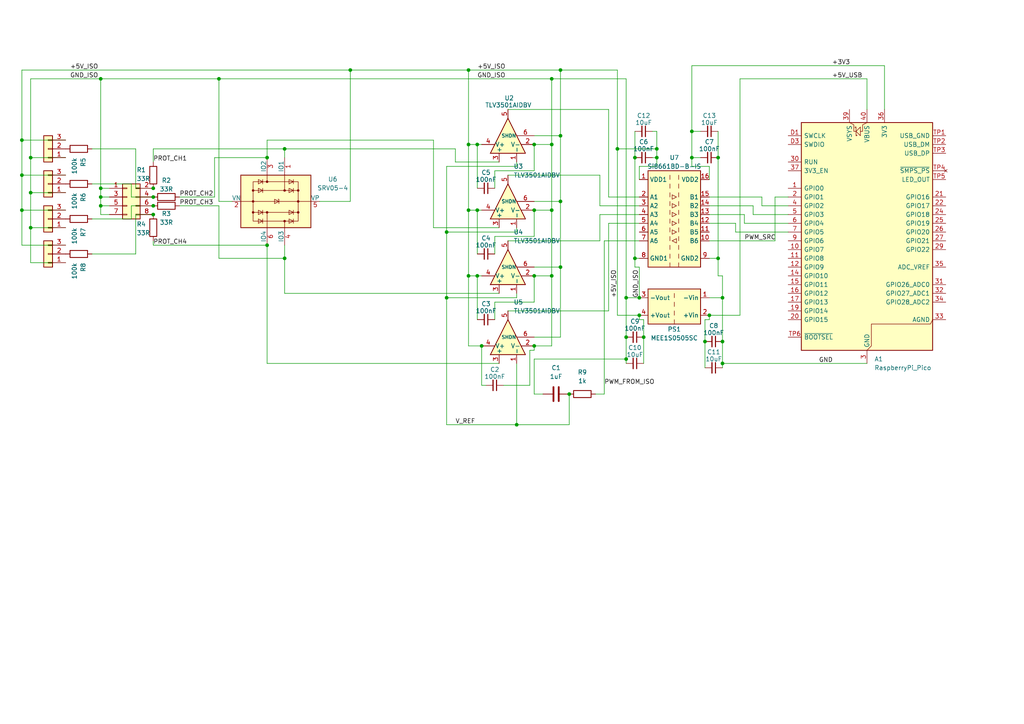
<source format=kicad_sch>
(kicad_sch (version 20250114) (generator "eeschema") (generator_version "9.0")
  (paper "A4")
  (lib_symbols
    (symbol "Comparator:TLV3501AIDBV" (pin_names (offset 0.127))
      (property "Reference" "U" (at 3.81 -5.08 0))
      (property "Value" "TLV3501AIDBV" (at 3.81 -7.62 0))
      (symbol "TLV3501AIDBV_1_1"
        (polyline (pts (xy -5.08 5.08) (xy 5.08 0) (xy -5.08 -5.08) (xy -5.08 5.08)) (stroke (width 0.254)) (fill (type background)))
        (pin input line (at -7.62 2.54 0) (length 2.54) (name "+") (number "3"))
        (pin input line (at -7.62 -2.54 0) (length 2.54) (name "-") (number "1"))
        (pin power_in line (at -2.54 7.62 270) (length 3.81) (name "V+") (number "4"))
        (pin power_in line (at -2.54 -7.62 90) (length 3.81) (name "V-") (number "2"))
        (pin input line (at 0 -7.62 90) (length 5.08) (name "SHDN") (number "6"))
        (pin output line (at 7.62 0 180) (length 2.54) (name "~") (number "5"))
      )
    )
    (symbol "Connector_Generic:Conn_01x03" (pin_names (offset 1.016) (hide yes))
      (property "Reference" "J" (at 0 5.08 0))
      (property "Value" "Conn_01x03" (at 0 -5.08 0))
      (symbol "Conn_01x03_1_1"
        (rectangle (start -1.27 3.81) (end 1.27 -3.81) (stroke (width 0.254)) (fill (type background)))
        (rectangle (start -1.27 2.667) (end 0 2.413) (stroke (width 0.1524)))
        (rectangle (start -1.27 0.127) (end 0 -0.127) (stroke (width 0.1524)))
        (rectangle (start -1.27 -2.413) (end 0 -2.667) (stroke (width 0.1524)))
        (pin passive line (at -5.08 2.54 0) (length 3.81) (name "Pin_1") (number "1"))
        (pin passive line (at -5.08 0 0) (length 3.81) (name "Pin_2") (number "2"))
        (pin passive line (at -5.08 -2.54 0) (length 3.81) (name "Pin_3") (number "3"))
      )
    )
    (symbol "Connector_Generic:Conn_02x04_Odd_Even" (pin_names (offset 1.016) (hide yes))
      (property "Reference" "J" (at 1.27 5.08 0))
      (property "Value" "Conn_02x04_Odd_Even" (at 1.27 -7.62 0))
      (symbol "Conn_02x04_Odd_Even_1_1"
        (rectangle (start -1.27 3.81) (end 3.81 -6.35) (stroke (width 0.254)) (fill (type background)))
        (rectangle (start -1.27 2.667) (end 0 2.413) (stroke (width 0.1524)))
        (rectangle (start -1.27 0.127) (end 0 -0.127) (stroke (width 0.1524)))
        (rectangle (start -1.27 -2.413) (end 0 -2.667) (stroke (width 0.1524)))
        (rectangle (start -1.27 -4.953) (end 0 -5.207) (stroke (width 0.1524)))
        (rectangle (start 3.81 2.667) (end 2.54 2.413) (stroke (width 0.1524)))
        (rectangle (start 3.81 0.127) (end 2.54 -0.127) (stroke (width 0.1524)))
        (rectangle (start 3.81 -2.413) (end 2.54 -2.667) (stroke (width 0.1524)))
        (rectangle (start 3.81 -4.953) (end 2.54 -5.207) (stroke (width 0.1524)))
        (pin passive line (at -5.08 2.54 0) (length 3.81) (name "Pin_1") (number "1"))
        (pin passive line (at -5.08 0 0) (length 3.81) (name "Pin_3") (number "3"))
        (pin passive line (at -5.08 -2.54 0) (length 3.81) (name "Pin_5") (number "5"))
        (pin passive line (at -5.08 -5.08 0) (length 3.81) (name "Pin_7") (number "7"))
        (pin passive line (at 7.62 2.54 180) (length 3.81) (name "Pin_2") (number "2"))
        (pin passive line (at 7.62 0 180) (length 3.81) (name "Pin_4") (number "4"))
        (pin passive line (at 7.62 -2.54 180) (length 3.81) (name "Pin_6") (number "6"))
        (pin passive line (at 7.62 -5.08 180) (length 3.81) (name "Pin_8") (number "8"))
      )
    )
    (symbol "Converter_DCDC:MEE1S0505SC"
      (property "Reference" "PS" (at -7.62 6.35 0))
      (property "Value" "MEE1S0505SC" (at 1.27 6.35 0))
      (symbol "MEE1S0505SC_0_0"
        (pin power_in line (at -10.16 2.54 0) (length 2.54) (name "+Vin") (number "2"))
        (pin power_in line (at -10.16 -2.54 0) (length 2.54) (name "-Vin") (number "1"))
        (pin power_out line (at 10.16 2.54 180) (length 2.54) (name "+Vout") (number "4"))
        (pin power_out line (at 10.16 -2.54 180) (length 2.54) (name "-Vout") (number "3"))
      )
      (symbol "MEE1S0505SC_0_1"
        (rectangle (start -7.62 5.08) (end 7.62 -5.08) (stroke (width 0.254)) (fill (type background)))
        (polyline (pts (xy 0 5.08) (xy 0 3.81)))
        (polyline (pts (xy 0 2.54) (xy 0 1.27)))
        (polyline (pts (xy 0 0) (xy 0 -1.27)))
        (polyline (pts (xy 0 -2.54) (xy 0 -3.81)))
      )
    )
    (symbol "Device:C" (pin_numbers (hide yes)) (pin_names (offset 0.254))
      (property "Reference" "C" (at 0.635 2.54 0))
      (property "Value" "C" (at 0.635 -2.54 0))
      (symbol "C_0_1"
        (polyline (pts (xy -2.032 0.762) (xy 2.032 0.762)) (stroke (width 0.508)))
        (polyline (pts (xy -2.032 -0.762) (xy 2.032 -0.762)) (stroke (width 0.508)))
      )
      (symbol "C_1_1"
        (pin passive line (at 0 3.81 270) (length 2.794) (name "~") (number "1"))
        (pin passive line (at 0 -3.81 90) (length 2.794) (name "~") (number "2"))
      )
    )
    (symbol "Device:C_Small" (pin_numbers (hide yes)) (pin_names (offset 0.254) (hide yes))
      (property "Reference" "C" (at 0.254 1.778 0))
      (property "Value" "C_Small" (at 0.254 -2.032 0))
      (symbol "C_Small_0_1"
        (polyline (pts (xy -1.524 0.508) (xy 1.524 0.508)) (stroke (width 0.3048)))
        (polyline (pts (xy -1.524 -0.508) (xy 1.524 -0.508)) (stroke (width 0.3302)))
      )
      (symbol "C_Small_1_1"
        (pin passive line (at 0 2.54 270) (length 2.032) (name "~") (number "1"))
        (pin passive line (at 0 -2.54 90) (length 2.032) (name "~") (number "2"))
      )
    )
    (symbol "Device:R" (pin_numbers (hide yes)) (pin_names (offset 0))
      (property "Reference" "R" (at 2.032 0 90))
      (property "Value" "R" (at 0 0 90))
      (symbol "R_0_1"
        (rectangle (start -1.016 -2.54) (end 1.016 2.54) (stroke (width 0.254)))
      )
      (symbol "R_1_1"
        (pin passive line (at 0 3.81 270) (length 1.27) (name "~") (number "1"))
        (pin passive line (at 0 -3.81 90) (length 1.27) (name "~") (number "2"))
      )
    )
    (symbol "Isolator:Si8661BD-B-IS"
      (property "Reference" "U" (at 0 16.51 0))
      (property "Value" "Si8661BD-B-IS" (at 0 13.97 0))
      (symbol "Si8661BD-B-IS_0_1"
        (rectangle (start -7.62 12.7) (end 7.62 -15.24) (stroke (width 0.254)) (fill (type background)))
        (polyline (pts (xy -1.27 11.43) (xy -1.27 10.16)))
        (polyline (pts (xy -1.27 8.89) (xy -1.27 7.62)))
        (polyline (pts (xy -1.27 6.35) (xy -1.27 5.08)))
        (polyline (pts (xy -1.27 3.81) (xy -1.27 2.54)))
        (polyline (pts (xy -1.27 1.27) (xy -1.27 0)))
        (polyline (pts (xy -1.27 -1.27) (xy -1.27 -2.54)))
        (polyline (pts (xy -1.27 -3.81) (xy -1.27 -5.08)))
        (polyline (pts (xy -1.27 -6.35) (xy -1.27 -7.62)))
        (polyline (pts (xy -1.27 -8.89) (xy -1.27 -10.16)))
        (polyline (pts (xy -1.27 -11.43) (xy -1.27 -12.7)))
        (polyline (pts (xy -0.635 3.175) (xy -0.635 1.905) (xy 0.635 2.54) (xy -0.635 3.175)))
        (polyline (pts (xy -0.635 0.635) (xy -0.635 -0.635) (xy 0.635 0) (xy -0.635 0.635)))
        (polyline (pts (xy 0.635 -2.54) (xy -0.635 -1.905) (xy -0.635 -3.175) (xy 0.635 -2.54)))
        (polyline (pts (xy 0.635 -5.08) (xy -0.635 -4.445) (xy -0.635 -5.715) (xy 0.635 -5.08)))
        (polyline (pts (xy 1.27 11.43) (xy 1.27 10.16)))
        (polyline (pts (xy 1.27 8.89) (xy 1.27 7.62)))
        (polyline (pts (xy 1.27 6.35) (xy 1.27 5.08)))
        (polyline (pts (xy 1.27 3.81) (xy 1.27 2.54)))
        (polyline (pts (xy 1.27 1.27) (xy 1.27 0)))
        (polyline (pts (xy 1.27 -1.27) (xy 1.27 -2.54)))
        (polyline (pts (xy 1.27 -3.81) (xy 1.27 -5.08)))
        (polyline (pts (xy 1.27 -6.35) (xy 1.27 -7.62)))
        (polyline (pts (xy 1.27 -8.89) (xy 1.27 -10.16)))
        (polyline (pts (xy 1.27 -11.43) (xy 1.27 -12.7)))
      )
      (symbol "Si8661BD-B-IS_1_1"
        (polyline (pts (xy -1.27 -13.97) (xy -1.27 -15.24)))
        (polyline (pts (xy -0.635 5.715) (xy -0.635 4.445) (xy 0.635 5.08) (xy -0.635 5.715)))
        (polyline (pts (xy -0.635 -7.62) (xy 0.635 -6.985) (xy 0.635 -8.255) (xy -0.635 -7.62)))
        (polyline (pts (xy 1.27 -13.97) (xy 1.27 -15.24)))
        (pin power_in line (at -10.16 10.16 0) (length 2.54) (name "VDD1") (number "1"))
        (pin input line (at -10.16 5.08 0) (length 2.54) (name "A1") (number "2"))
        (pin input line (at -10.16 2.54 0) (length 2.54) (name "A2") (number "3"))
        (pin input line (at -10.16 0 0) (length 2.54) (name "A3") (number "4"))
        (pin input line (at -10.16 -2.54 0) (length 2.54) (name "A4") (number "5"))
        (pin input line (at -10.16 -5.08 0) (length 2.54) (name "A5") (number "6"))
        (pin output line (at -10.16 -7.62 0) (length 2.54) (name "A6") (number "7"))
        (pin power_in line (at -10.16 -12.7 0) (length 2.54) (name "GND1") (number "8"))
        (pin power_in line (at 10.16 10.16 180) (length 2.54) (name "VDD2") (number "16"))
        (pin output line (at 10.16 5.08 180) (length 2.54) (name "B1") (number "15"))
        (pin output line (at 10.16 2.54 180) (length 2.54) (name "B2") (number "14"))
        (pin output line (at 10.16 0 180) (length 2.54) (name "B3") (number "13"))
        (pin output line (at 10.16 -2.54 180) (length 2.54) (name "B4") (number "12"))
        (pin output line (at 10.16 -5.08 180) (length 2.54) (name "B5") (number "11"))
        (pin input line (at 10.16 -7.62 180) (length 2.54) (name "B6") (number "10"))
        (pin power_in line (at 10.16 -12.7 180) (length 2.54) (name "GND2") (number "9"))
      )
    )
    (symbol "MCU_Module:RaspberryPi_Pico_Extensive" (pin_names (offset 0.762))
      (property "Reference" "A" (at -19.05 35.56 0))
      (property "Value" "RaspberryPi_Pico" (at 7.62 35.56 0))
      (symbol "RaspberryPi_Pico_Extensive_0_1"
        (rectangle (start -19.05 34.29) (end 19.05 -31.75) (stroke (width 0.254)) (fill (type background)))
        (polyline (pts (xy -5.08 34.29) (xy -3.81 33.655) (xy -3.81 31.75) (xy -3.175 31.75)))
        (polyline (pts (xy -3.429 32.766) (xy -3.429 33.02) (xy -3.175 33.02) (xy -3.175 30.48) (xy -2.921 30.48) (xy -2.921 30.734)))
        (polyline (pts (xy -3.175 31.75) (xy -1.905 33.02) (xy -1.905 30.48) (xy -3.175 31.75)))
        (polyline (pts (xy 0 34.29) (xy -1.27 33.655) (xy -1.27 31.75) (xy -1.905 31.75)))
        (polyline (pts (xy 0 -31.75) (xy 1.27 -30.48) (xy 1.27 -24.13) (xy 18.415 -24.13) (xy 19.05 -22.86)))
      )
      (symbol "RaspberryPi_Pico_Extensive_1_1"
        (pin input line (at -22.86 30.48 0) (length 3.81) (name "SWCLK") (number "D1"))
        (pin bidirectional line (at -22.86 27.94 0) (length 3.81) (name "SWDIO") (number "D3"))
        (pin passive line (at -22.86 22.86 0) (length 3.81) (name "RUN") (number "30"))
        (pin passive line (at -22.86 20.32 0) (length 3.81) (name "3V3_EN") (number "37"))
        (pin bidirectional line (at -22.86 15.24 0) (length 3.81) (name "GPIO0") (number "1"))
        (pin bidirectional line (at -22.86 12.7 0) (length 3.81) (name "GPIO1") (number "2"))
        (pin bidirectional line (at -22.86 10.16 0) (length 3.81) (name "GPIO2") (number "4"))
        (pin bidirectional line (at -22.86 7.62 0) (length 3.81) (name "GPIO3") (number "5"))
        (pin bidirectional line (at -22.86 5.08 0) (length 3.81) (name "GPIO4") (number "6"))
        (pin bidirectional line (at -22.86 2.54 0) (length 3.81) (name "GPIO5") (number "7"))
        (pin bidirectional line (at -22.86 0 0) (length 3.81) (name "GPIO6") (number "9"))
        (pin bidirectional line (at -22.86 -2.54 0) (length 3.81) (name "GPIO7") (number "10"))
        (pin bidirectional line (at -22.86 -5.08 0) (length 3.81) (name "GPIO8") (number "11"))
        (pin bidirectional line (at -22.86 -7.62 0) (length 3.81) (name "GPIO9") (number "12"))
        (pin bidirectional line (at -22.86 -10.16 0) (length 3.81) (name "GPIO10") (number "14"))
        (pin bidirectional line (at -22.86 -12.7 0) (length 3.81) (name "GPIO11") (number "15"))
        (pin bidirectional line (at -22.86 -15.24 0) (length 3.81) (name "GPIO12") (number "16"))
        (pin bidirectional line (at -22.86 -17.78 0) (length 3.81) (name "GPIO13") (number "17"))
        (pin bidirectional line (at -22.86 -20.32 0) (length 3.81) (name "GPIO14") (number "19"))
        (pin bidirectional line (at -22.86 -22.86 0) (length 3.81) (name "GPIO15") (number "20"))
        (pin input line (at -22.86 -27.94 0) (length 3.81) (name "~{BOOTSEL}") (number "TP6"))
        (pin power_in line (at -5.08 38.1 270) (length 3.81) (name "VSYS") (number "39"))
        (pin power_out line (at 0 38.1 270) (length 3.81) (name "VBUS") (number "40"))
        (pin passive line (at 0 -35.56 90) (length 3.81) (hide yes) (name "GND") (number "13"))
        (pin passive line (at 0 -35.56 90) (length 3.81) (hide yes) (name "GND") (number "18"))
        (pin passive line (at 0 -35.56 90) (length 3.81) (hide yes) (name "GND") (number "23"))
        (pin passive line (at 0 -35.56 90) (length 3.81) (hide yes) (name "GND") (number "28"))
        (pin power_out line (at 0 -35.56 90) (length 3.81) (name "GND") (number "3"))
        (pin passive line (at 0 -35.56 90) (length 3.81) (hide yes) (name "GND") (number "38"))
        (pin passive line (at 0 -35.56 90) (length 3.81) (hide yes) (name "GND") (number "8"))
        (pin passive line (at 0 -35.56 90) (length 3.81) (hide yes) (name "GND") (number "D2"))
        (pin power_out line (at 5.08 38.1 270) (length 3.81) (name "3V3") (number "36"))
        (pin power_out line (at 22.86 30.48 180) (length 3.81) (name "USB_GND") (number "TP1"))
        (pin bidirectional line (at 22.86 27.94 180) (length 3.81) (name "USB_DM") (number "TP2"))
        (pin bidirectional line (at 22.86 25.4 180) (length 3.81) (name "USB_DP") (number "TP3"))
        (pin no_connect line (at 22.86 20.32 180) (length 3.81) (name "~{SMPS_PS}") (number "TP4"))
        (pin output line (at 22.86 17.78 180) (length 3.81) (name "LED_OUT") (number "TP5"))
        (pin bidirectional line (at 22.86 12.7 180) (length 3.81) (name "GPIO16") (number "21"))
        (pin bidirectional line (at 22.86 10.16 180) (length 3.81) (name "GPIO17") (number "22"))
        (pin bidirectional line (at 22.86 7.62 180) (length 3.81) (name "GPIO18") (number "24"))
        (pin bidirectional line (at 22.86 5.08 180) (length 3.81) (name "GPIO19") (number "25"))
        (pin bidirectional line (at 22.86 2.54 180) (length 3.81) (name "GPIO20") (number "26"))
        (pin bidirectional line (at 22.86 0 180) (length 3.81) (name "GPIO21") (number "27"))
        (pin bidirectional line (at 22.86 -2.54 180) (length 3.81) (name "GPIO22") (number "29"))
        (pin power_in line (at 22.86 -7.62 180) (length 3.81) (name "ADC_VREF") (number "35"))
        (pin bidirectional line (at 22.86 -12.7 180) (length 3.81) (name "GPIO26_ADC0") (number "31"))
        (pin bidirectional line (at 22.86 -15.24 180) (length 3.81) (name "GPIO27_ADC1") (number "32"))
        (pin bidirectional line (at 22.86 -17.78 180) (length 3.81) (name "GPIO28_ADC2") (number "34"))
        (pin power_out line (at 22.86 -22.86 180) (length 3.81) (name "AGND") (number "33"))
      )
    )
    (symbol "Power_Protection:SRV05-4" (pin_names (offset 0))
      (property "Reference" "U" (at -5.08 11.43 0))
      (property "Value" "SRV05-4" (at 2.54 11.43 0))
      (symbol "SRV05-4_0_0"
        (rectangle (start -5.715 6.477) (end 5.715 -6.604))
        (polyline (pts (xy -3.175 -6.604) (xy -3.175 6.477)))
        (polyline (pts (xy 3.175 6.477) (xy 3.175 -6.604)))
      )
      (symbol "SRV05-4_0_1"
        (polyline (pts (xy -7.747 2.54) (xy -3.175 2.54)))
        (rectangle (start -7.62 10.16) (end 7.62 -10.16) (stroke (width 0.254)) (fill (type background)))
        (polyline (pts (xy -7.62 -2.54) (xy -5.715 -2.54)))
        (circle (center -5.715 -2.54) (radius 0.2794) (fill (type outline)))
        (polyline (pts (xy -5.08 5.08) (xy -6.35 5.08)))
        (polyline (pts (xy -5.08 3.81) (xy -6.35 3.81) (xy -5.715 5.08) (xy -5.08 3.81)))
        (polyline (pts (xy -5.08 -3.81) (xy -6.35 -3.81)))
        (polyline (pts (xy -5.08 -5.08) (xy -6.35 -5.08) (xy -5.715 -3.81) (xy -5.08 -5.08)))
        (circle (center -3.175 6.477) (radius 0.2794) (fill (type outline)))
        (circle (center -3.175 2.54) (radius 0.2794) (fill (type outline)))
        (circle (center -3.175 -6.604) (radius 0.2794) (fill (type outline)))
        (polyline (pts (xy -2.54 5.08) (xy -3.81 5.08)))
        (polyline (pts (xy -2.54 3.81) (xy -3.81 3.81) (xy -3.175 5.08) (xy -2.54 3.81)))
        (polyline (pts (xy -2.54 -3.81) (xy -3.81 -3.81)))
        (polyline (pts (xy -2.54 -5.08) (xy -3.81 -5.08) (xy -3.175 -3.81) (xy -2.54 -5.08)))
        (polyline (pts (xy 0 10.16) (xy 0 -10.16)))
        (circle (center 0 6.477) (radius 0.2794) (fill (type outline)))
        (circle (center 0 -6.604) (radius 0.2794) (fill (type outline)))
        (polyline (pts (xy 0.635 0.889) (xy -0.635 0.889) (xy -0.635 0.635)))
        (polyline (pts (xy 0.635 -0.381) (xy -0.635 -0.381) (xy 0 0.889) (xy 0.635 -0.381)))
        (circle (center 3.175 6.477) (radius 0.2794) (fill (type outline)))
        (circle (center 3.175 -2.54) (radius 0.2794) (fill (type outline)))
        (circle (center 3.175 -6.604) (radius 0.2794) (fill (type outline)))
        (polyline (pts (xy 3.81 5.08) (xy 2.54 5.08)))
        (polyline (pts (xy 3.81 3.81) (xy 2.54 3.81) (xy 3.175 5.08) (xy 3.81 3.81)))
        (polyline (pts (xy 3.81 -3.81) (xy 2.54 -3.81)))
        (polyline (pts (xy 3.81 -5.08) (xy 2.54 -5.08) (xy 3.175 -3.81) (xy 3.81 -5.08)))
        (circle (center 5.715 2.54) (radius 0.2794) (fill (type outline)))
        (polyline (pts (xy 6.35 5.08) (xy 5.08 5.08)))
        (polyline (pts (xy 6.35 3.81) (xy 5.08 3.81) (xy 5.715 5.08) (xy 6.35 3.81)))
        (polyline (pts (xy 6.35 -3.81) (xy 5.08 -3.81)))
        (polyline (pts (xy 6.35 -5.08) (xy 5.08 -5.08) (xy 5.715 -3.81) (xy 6.35 -5.08)))
        (polyline (pts (xy 7.62 2.54) (xy 5.715 2.54)))
        (polyline (pts (xy 7.62 -2.54) (xy 3.175 -2.54)))
      )
      (symbol "SRV05-4_1_1"
        (pin passive line (at -12.7 2.54 0) (length 5.08) (name "IO1") (number "1"))
        (pin passive line (at -12.7 -2.54 0) (length 5.08) (name "IO2") (number "3"))
        (pin passive line (at 0 12.7 270) (length 2.54) (name "VP") (number "5"))
        (pin passive line (at 0 -12.7 90) (length 2.54) (name "VN") (number "2"))
        (pin passive line (at 12.7 2.54 180) (length 5.08) (name "IO3") (number "4"))
        (pin passive line (at 12.7 -2.54 180) (length 5.08) (name "IO4") (number "6"))
      )
    )
  )
  (junction (at 8.89 55.88))
  (junction (at 162.56 20.32))
  (junction (at 185.42 91.44))
  (junction (at 29.21 22.86))
  (junction (at 208.28 74.93))
  (junction (at 160.02 60.96))
  (junction (at 44.45 57.15))
  (junction (at 165.1 114.3))
  (junction (at 135.89 20.32))
  (junction (at 6.35 40.64))
  (junction (at 63.5 22.86))
  (junction (at 44.45 62.23))
  (junction (at 179.07 43.18))
  (junction (at 8.89 45.72))
  (junction (at 154.94 100.33))
  (junction (at 200.66 38.1))
  (junction (at 29.21 59.69))
  (junction (at 138.43 80.01))
  (junction (at 209.55 105.41))
  (junction (at 77.47 71.12))
  (junction (at 129.54 67.31))
  (junction (at 8.89 66.04))
  (junction (at 135.89 41.91))
  (junction (at 186.69 97.79))
  (junction (at 181.61 86.36))
  (junction (at 209.55 86.36))
  (junction (at 160.02 22.86))
  (junction (at 44.45 54.61))
  (junction (at 6.35 60.96))
  (junction (at 154.94 80.01))
  (junction (at 205.74 91.44))
  (junction (at 138.43 60.96))
  (junction (at 44.45 59.69))
  (junction (at 82.55 74.93))
  (junction (at 162.56 39.37))
  (junction (at 181.61 104.14))
  (junction (at 190.5 45.72))
  (junction (at 181.61 97.79))
  (junction (at 6.35 50.8))
  (junction (at 135.89 60.96))
  (junction (at 29.21 54.61))
  (junction (at 77.47 45.72))
  (junction (at 209.55 99.06))
  (junction (at 184.15 45.72))
  (junction (at 149.86 123.19))
  (junction (at 29.21 57.15))
  (junction (at 200.66 45.72))
  (junction (at 154.94 60.96))
  (junction (at 160.02 41.91))
  (junction (at 190.5 43.18))
  (junction (at 162.56 58.42))
  (junction (at 138.43 41.91))
  (junction (at 82.55 43.18))
  (junction (at 204.47 99.06))
  (junction (at 135.89 80.01))
  (junction (at 185.42 86.36))
  (junction (at 208.28 45.72))
  (junction (at 154.94 41.91))
  (junction (at 139.7 100.33))
  (junction (at 101.6 20.32))
  (junction (at 160.02 80.01))
  (junction (at 162.56 77.47))
  (junction (at 129.54 86.36))
  (junction (at 184.15 74.93))
  (wire (pts (xy 77.47 105.41) (xy 77.47 71.12)))
  (wire (pts (xy 138.43 73.66) (xy 138.43 60.96)))
  (wire (pts (xy 31.75 59.69) (xy 29.21 59.69)))
  (wire (pts (xy 19.05 71.12) (xy 6.35 71.12)))
  (wire (pts (xy 39.37 62.23) (xy 39.37 73.66)))
  (wire (pts (xy 186.69 92.71) (xy 185.42 92.71)))
  (wire (pts (xy 154.94 60.96) (xy 160.02 60.96)))
  (wire (pts (xy 149.86 105.41) (xy 149.86 123.19)))
  (wire (pts (xy 8.89 66.04) (xy 19.05 66.04)))
  (wire (pts (xy 190.5 38.1) (xy 190.5 43.18)))
  (wire (pts (xy 220.98 57.15) (xy 220.98 59.69)))
  (wire (pts (xy 184.15 38.1) (xy 184.15 45.72)))
  (wire (pts (xy 181.61 97.79) (xy 181.61 86.36)))
  (wire (pts (xy 8.89 55.88) (xy 8.89 45.72)))
  (wire (pts (xy 39.37 43.18) (xy 26.67 43.18)))
  (wire (pts (xy 44.45 71.12) (xy 44.45 69.85)))
  (wire (pts (xy 101.6 20.32) (xy 135.89 20.32)))
  (wire (pts (xy 139.7 100.33) (xy 135.89 100.33)))
  (wire (pts (xy 135.89 60.96) (xy 138.43 60.96)))
  (wire (pts (xy 82.55 71.12) (xy 82.55 74.93)))
  (wire (pts (xy 38.1 63.5) (xy 26.67 63.5)))
  (wire (pts (xy 209.55 99.06) (xy 209.55 86.36)))
  (wire (pts (xy 29.21 59.69) (xy 29.21 57.15)))
  (wire (pts (xy 208.28 38.1) (xy 208.28 45.72)))
  (wire (pts (xy 135.89 80.01) (xy 138.43 80.01)))
  (wire (pts (xy 160.02 60.96) (xy 160.02 41.91)))
  (wire (pts (xy 200.66 19.05) (xy 200.66 38.1)))
  (wire (pts (xy 44.45 59.69) (xy 38.1 59.69)))
  (wire (pts (xy 176.53 31.75) (xy 176.53 57.15)))
  (wire (pts (xy 176.53 90.17) (xy 176.53 64.77)))
  (wire (pts (xy 154.94 49.53) (xy 154.94 41.91)))
  (wire (pts (xy 138.43 80.01) (xy 139.7 80.01)))
  (wire (pts (xy 129.54 67.31) (xy 129.54 86.36)))
  (wire (pts (xy 154.94 100.33) (xy 160.02 100.33)))
  (wire (pts (xy 129.54 48.26) (xy 129.54 67.31)))
  (wire (pts (xy 154.94 114.3) (xy 154.94 104.14)))
  (wire (pts (xy 77.47 40.64) (xy 77.47 45.72)))
  (wire (pts (xy 184.15 45.72) (xy 184.15 74.93)))
  (wire (pts (xy 181.61 104.14) (xy 181.61 105.41)))
  (wire (pts (xy 173.99 69.85) (xy 173.99 62.23)))
  (wire (pts (xy 6.35 40.64) (xy 6.35 20.32)))
  (wire (pts (xy 44.45 62.23) (xy 39.37 62.23)))
  (wire (pts (xy 125.73 40.64) (xy 77.47 40.64)))
  (wire (pts (xy 8.89 66.04) (xy 8.89 55.88)))
  (wire (pts (xy 8.89 55.88) (xy 19.05 55.88)))
  (wire (pts (xy 205.74 69.85) (xy 224.79 69.85)))
  (wire (pts (xy 179.07 91.44) (xy 185.42 91.44)))
  (wire (pts (xy 139.7 100.33) (xy 139.7 111.76)))
  (wire (pts (xy 38.1 59.69) (xy 38.1 63.5)))
  (wire (pts (xy 205.74 57.15) (xy 220.98 57.15)))
  (wire (pts (xy 135.89 41.91) (xy 135.89 20.32)))
  (wire (pts (xy 205.74 92.71) (xy 205.74 91.44)))
  (wire (pts (xy 208.28 45.72) (xy 208.28 74.93)))
  (wire (pts (xy 62.23 57.15) (xy 52.07 57.15)))
  (wire (pts (xy 179.07 43.18) (xy 190.5 43.18)))
  (wire (pts (xy 143.51 54.61) (xy 143.51 49.53)))
  (wire (pts (xy 176.53 64.77) (xy 185.42 64.77)))
  (wire (pts (xy 82.55 85.09) (xy 82.55 74.93)))
  (wire (pts (xy 147.32 31.75) (xy 176.53 31.75)))
  (wire (pts (xy 154.94 58.42) (xy 162.56 58.42)))
  (wire (pts (xy 176.53 57.15) (xy 185.42 57.15)))
  (wire (pts (xy 146.05 111.76) (xy 153.67 111.76)))
  (wire (pts (xy 39.37 73.66) (xy 26.67 73.66)))
  (wire (pts (xy 63.5 74.93) (xy 63.5 59.69)))
  (wire (pts (xy 135.89 60.96) (xy 135.89 41.91)))
  (wire (pts (xy 77.47 71.12) (xy 44.45 71.12)))
  (wire (pts (xy 92.71 58.42) (xy 101.6 58.42)))
  (wire (pts (xy 6.35 60.96) (xy 6.35 50.8)))
  (wire (pts (xy 132.08 46.99) (xy 132.08 43.18)))
  (wire (pts (xy 138.43 41.91) (xy 139.7 41.91)))
  (wire (pts (xy 8.89 22.86) (xy 29.21 22.86)))
  (wire (pts (xy 149.86 67.31) (xy 129.54 67.31)))
  (wire (pts (xy 200.66 38.1) (xy 203.2 38.1)))
  (wire (pts (xy 209.55 105.41) (xy 209.55 106.68)))
  (wire (pts (xy 29.21 62.23) (xy 29.21 59.69)))
  (wire (pts (xy 218.44 62.23) (xy 228.6 62.23)))
  (wire (pts (xy 251.46 22.86) (xy 214.63 22.86)))
  (wire (pts (xy 205.74 74.93) (xy 208.28 74.93)))
  (wire (pts (xy 77.47 45.72) (xy 62.23 45.72)))
  (wire (pts (xy 179.07 43.18) (xy 179.07 20.32)))
  (wire (pts (xy 224.79 57.15) (xy 224.79 69.85)))
  (wire (pts (xy 63.5 22.86) (xy 63.5 58.42)))
  (wire (pts (xy 143.51 68.58) (xy 154.94 68.58)))
  (wire (pts (xy 19.05 76.2) (xy 8.89 76.2)))
  (wire (pts (xy 162.56 20.32) (xy 179.07 20.32)))
  (wire (pts (xy 256.54 31.75) (xy 256.54 19.05)))
  (wire (pts (xy 143.51 73.66) (xy 143.51 68.58)))
  (wire (pts (xy 208.28 80.01) (xy 209.55 80.01)))
  (wire (pts (xy 135.89 100.33) (xy 135.89 80.01)))
  (wire (pts (xy 165.1 114.3) (xy 165.1 123.19)))
  (wire (pts (xy 228.6 57.15) (xy 224.79 57.15)))
  (wire (pts (xy 44.45 54.61) (xy 39.37 54.61)))
  (wire (pts (xy 31.75 57.15) (xy 29.21 57.15)))
  (wire (pts (xy 125.73 66.04) (xy 125.73 40.64)))
  (wire (pts (xy 135.89 41.91) (xy 138.43 41.91)))
  (wire (pts (xy 138.43 54.61) (xy 138.43 41.91)))
  (wire (pts (xy 8.89 76.2) (xy 8.89 66.04)))
  (wire (pts (xy 143.51 49.53) (xy 154.94 49.53)))
  (wire (pts (xy 39.37 54.61) (xy 39.37 43.18)))
  (wire (pts (xy 44.45 43.18) (xy 44.45 46.99)))
  (wire (pts (xy 204.47 99.06) (xy 204.47 106.68)))
  (wire (pts (xy 31.75 62.23) (xy 29.21 62.23)))
  (wire (pts (xy 132.08 43.18) (xy 82.55 43.18)))
  (wire (pts (xy 181.61 86.36) (xy 181.61 22.86)))
  (wire (pts (xy 38.1 53.34) (xy 26.67 53.34)))
  (wire (pts (xy 175.26 69.85) (xy 175.26 114.3)))
  (wire (pts (xy 6.35 20.32) (xy 101.6 20.32)))
  (wire (pts (xy 185.42 92.71) (xy 185.42 91.44)))
  (wire (pts (xy 209.55 86.36) (xy 205.74 86.36)))
  (wire (pts (xy 154.94 77.47) (xy 162.56 77.47)))
  (wire (pts (xy 31.75 54.61) (xy 29.21 54.61)))
  (wire (pts (xy 144.78 66.04) (xy 125.73 66.04)))
  (wire (pts (xy 143.51 87.63) (xy 154.94 87.63)))
  (wire (pts (xy 144.78 46.99) (xy 132.08 46.99)))
  (wire (pts (xy 154.94 104.14) (xy 181.61 104.14)))
  (wire (pts (xy 149.86 86.36) (xy 129.54 86.36)))
  (wire (pts (xy 213.36 67.31) (xy 228.6 67.31)))
  (wire (pts (xy 147.32 69.85) (xy 173.99 69.85)))
  (wire (pts (xy 147.32 50.8) (xy 173.99 50.8)))
  (wire (pts (xy 67.31 58.42) (xy 63.5 58.42)))
  (wire (pts (xy 215.9 62.23) (xy 215.9 64.77)))
  (wire (pts (xy 205.74 64.77) (xy 213.36 64.77)))
  (wire (pts (xy 153.67 111.76) (xy 153.67 101.6)))
  (wire (pts (xy 160.02 22.86) (xy 181.61 22.86)))
  (wire (pts (xy 154.94 97.79) (xy 162.56 97.79)))
  (wire (pts (xy 209.55 105.41) (xy 209.55 99.06)))
  (wire (pts (xy 205.74 59.69) (xy 218.44 59.69)))
  (wire (pts (xy 200.66 45.72) (xy 203.2 45.72)))
  (wire (pts (xy 200.66 45.72) (xy 200.66 48.26)))
  (wire (pts (xy 140.97 111.76) (xy 139.7 111.76)))
  (wire (pts (xy 101.6 58.42) (xy 101.6 20.32)))
  (wire (pts (xy 6.35 50.8) (xy 19.05 50.8)))
  (wire (pts (xy 147.32 90.17) (xy 176.53 90.17)))
  (wire (pts (xy 204.47 92.71) (xy 205.74 92.71)))
  (wire (pts (xy 138.43 60.96) (xy 139.7 60.96)))
  (wire (pts (xy 6.35 50.8) (xy 6.35 40.64)))
  (wire (pts (xy 162.56 77.47) (xy 162.56 97.79)))
  (wire (pts (xy 143.51 92.71) (xy 143.51 87.63)))
  (wire (pts (xy 204.47 99.06) (xy 204.47 92.71)))
  (wire (pts (xy 157.48 114.3) (xy 154.94 114.3)))
  (wire (pts (xy 214.63 22.86) (xy 214.63 91.44)))
  (wire (pts (xy 173.99 59.69) (xy 185.42 59.69)))
  (wire (pts (xy 129.54 123.19) (xy 149.86 123.19)))
  (wire (pts (xy 29.21 22.86) (xy 63.5 22.86)))
  (wire (pts (xy 44.45 57.15) (xy 38.1 57.15)))
  (wire (pts (xy 179.07 43.18) (xy 179.07 91.44)))
  (wire (pts (xy 154.94 101.6) (xy 154.94 100.33)))
  (wire (pts (xy 38.1 57.15) (xy 38.1 53.34)))
  (wire (pts (xy 214.63 91.44) (xy 205.74 91.44)))
  (wire (pts (xy 160.02 41.91) (xy 160.02 22.86)))
  (wire (pts (xy 154.94 87.63) (xy 154.94 80.01)))
  (wire (pts (xy 186.69 97.79) (xy 186.69 92.71)))
  (wire (pts (xy 62.23 45.72) (xy 62.23 57.15)))
  (wire (pts (xy 29.21 22.86) (xy 29.21 54.61)))
  (wire (pts (xy 160.02 100.33) (xy 160.02 80.01)))
  (wire (pts (xy 256.54 19.05) (xy 200.66 19.05)))
  (wire (pts (xy 154.94 80.01) (xy 160.02 80.01)))
  (wire (pts (xy 6.35 71.12) (xy 6.35 60.96)))
  (wire (pts (xy 215.9 64.77) (xy 228.6 64.77)))
  (wire (pts (xy 160.02 80.01) (xy 160.02 60.96)))
  (wire (pts (xy 184.15 77.47) (xy 185.42 77.47)))
  (wire (pts (xy 29.21 57.15) (xy 29.21 54.61)))
  (wire (pts (xy 138.43 92.71) (xy 138.43 80.01)))
  (wire (pts (xy 185.42 77.47) (xy 185.42 86.36)))
  (wire (pts (xy 154.94 68.58) (xy 154.94 60.96)))
  (wire (pts (xy 162.56 39.37) (xy 162.56 58.42)))
  (wire (pts (xy 162.56 58.42) (xy 162.56 77.47)))
  (wire (pts (xy 184.15 74.93) (xy 185.42 74.93)))
  (wire (pts (xy 208.28 74.93) (xy 208.28 80.01)))
  (wire (pts (xy 190.5 43.18) (xy 190.5 45.72)))
  (wire (pts (xy 190.5 45.72) (xy 190.5 48.26)))
  (wire (pts (xy 173.99 62.23) (xy 185.42 62.23)))
  (wire (pts (xy 213.36 64.77) (xy 213.36 67.31)))
  (wire (pts (xy 251.46 105.41) (xy 209.55 105.41)))
  (wire (pts (xy 19.05 45.72) (xy 8.89 45.72)))
  (wire (pts (xy 135.89 80.01) (xy 135.89 60.96)))
  (wire (pts (xy 6.35 60.96) (xy 19.05 60.96)))
  (wire (pts (xy 200.66 48.26) (xy 205.74 48.26)))
  (wire (pts (xy 135.89 20.32) (xy 162.56 20.32)))
  (wire (pts (xy 82.55 43.18) (xy 44.45 43.18)))
  (wire (pts (xy 129.54 86.36) (xy 129.54 123.19)))
  (wire (pts (xy 173.99 50.8) (xy 173.99 59.69)))
  (wire (pts (xy 186.69 97.79) (xy 186.69 105.41)))
  (wire (pts (xy 185.42 48.26) (xy 185.42 52.07)))
  (wire (pts (xy 185.42 69.85) (xy 175.26 69.85)))
  (wire (pts (xy 189.23 38.1) (xy 190.5 38.1)))
  (wire (pts (xy 154.94 39.37) (xy 162.56 39.37)))
  (wire (pts (xy 8.89 45.72) (xy 8.89 22.86)))
  (wire (pts (xy 149.86 48.26) (xy 129.54 48.26)))
  (wire (pts (xy 185.42 86.36) (xy 181.61 86.36)))
  (wire (pts (xy 172.72 114.3) (xy 175.26 114.3)))
  (wire (pts (xy 153.67 101.6) (xy 154.94 101.6)))
  (wire (pts (xy 205.74 48.26) (xy 205.74 52.07)))
  (wire (pts (xy 181.61 104.14) (xy 181.61 97.79)))
  (wire (pts (xy 6.35 40.64) (xy 19.05 40.64)))
  (wire (pts (xy 63.5 22.86) (xy 160.02 22.86)))
  (wire (pts (xy 144.78 105.41) (xy 77.47 105.41)))
  (wire (pts (xy 154.94 41.91) (xy 160.02 41.91)))
  (wire (pts (xy 189.23 45.72) (xy 190.5 45.72)))
  (wire (pts (xy 218.44 59.69) (xy 218.44 62.23)))
  (wire (pts (xy 63.5 59.69) (xy 52.07 59.69)))
  (wire (pts (xy 149.86 123.19) (xy 165.1 123.19)))
  (wire (pts (xy 184.15 74.93) (xy 184.15 77.47)))
  (wire (pts (xy 200.66 38.1) (xy 200.66 45.72)))
  (wire (pts (xy 220.98 59.69) (xy 228.6 59.69)))
  (wire (pts (xy 149.86 66.04) (xy 149.86 67.31)))
  (wire (pts (xy 82.55 74.93) (xy 63.5 74.93)))
  (wire (pts (xy 149.86 85.09) (xy 149.86 86.36)))
  (wire (pts (xy 251.46 31.75) (xy 251.46 22.86)))
  (wire (pts (xy 144.78 85.09) (xy 82.55 85.09)))
  (wire (pts (xy 162.56 20.32) (xy 162.56 39.37)))
  (wire (pts (xy 209.55 86.36) (xy 209.55 80.01)))
  (wire (pts (xy 190.5 48.26) (xy 185.42 48.26)))
  (wire (pts (xy 205.74 62.23) (xy 215.9 62.23)))
  (wire (pts (xy 149.86 46.99) (xy 149.86 48.26)))
  (wire (pts (xy 82.55 45.72) (xy 82.55 43.18)))
  (label "GND" (at 237.49 105.41 0))
  (label "+5V_USB" (at 241.3 22.86 0))
  (label "PROT_CH1" (at 44.45 46.99 0))
  (label "PROT_CH2" (at 52.07 57.15 0))
  (label "+3V3" (at 241.3 19.05 0))
  (label "GND_ISO" (at 20.32 22.86 0))
  (label "PROT_CH3" (at 52.07 59.69 0))
  (label "V_REF" (at 132.08 123.19 0))
  (label "+5V_ISO" (at 179.07 86.36 90))
  (label "+5V_ISO" (at 20.32 20.32 0))
  (label "PWM_FROM_ISO" (at 175.26 111.76 0))
  (label "+5V_ISO" (at 138.43 20.32 0))
  (label "PROT_CH4" (at 44.45 71.12 0))
  (label "PWM_SRC" (at 215.9 69.85 0))
  (label "GND_ISO" (at 185.42 86.36 90))
  (label "GND_ISO" (at 138.43 22.86 0))
  (symbol (lib_id "Device:C_Small") (at 140.97 73.66 270) (unit 1)
    (property "Reference" "C4" (at 140.97 69.088 90))
    (property "Value" "100nF" (at 140.9636 71.12 90))
    (property "Footprint" "Capacitor_SMD:C_0603_1608Metric" (effects (hide yes)))
    (property "Description" "Unpolarized capacitor, small symbol" (effects (hide yes)))
  )
  (symbol (lib_id "Connector_Generic:Conn_01x03") (at 13.97 63.5 180) (unit 1)
    (property "Reference" "J4" (effects (hide yes)))
    (property "Value" "Conn_01x03" (effects (hide yes)))
    (property "Footprint" "Connector_PinHeader_2.54mm:PinHeader_1x03_P2.54mm_Vertical" (effects (hide yes)))
    (property "Description" "Generic connector, single row, 01x03, script generated (kicad-library-utils/schlib/autogen/connector/)" (effects (hide yes)))
  )
  (symbol (lib_id "Connector_Generic:Conn_01x03") (at 13.97 53.34 180) (unit 1)
    (property "Reference" "J3" (effects (hide yes)))
    (property "Value" "Conn_01x03" (effects (hide yes)))
    (property "Footprint" "Connector_PinHeader_2.54mm:PinHeader_1x03_P2.54mm_Vertical" (effects (hide yes)))
    (property "Description" "Generic connector, single row, 01x03, script generated (kicad-library-utils/schlib/autogen/connector/)" (effects (hide yes)))
  )
  (symbol (lib_id "Device:C_Small") (at 184.15 97.79 270) (unit 1)
    (property "Reference" "C9" (at 184.15 93.218 90))
    (property "Value" "100nF" (at 184.1436 95.25 90))
    (property "Footprint" "Capacitor_SMD:C_0603_1608Metric" (effects (hide yes)))
    (property "Description" "Unpolarized capacitor, small symbol" (effects (hide yes)))
  )
  (symbol (lib_id "Device:R") (at 22.86 73.66 270) (unit 1)
    (property "Reference" "R8" (at 24.1301 76.2 0) (effects (justify left)))
    (property "Value" "100k" (at 21.5901 76.2 0) (effects (justify left)))
    (property "Footprint" "Resistor_SMD:R_0603_1608Metric" (effects (hide yes)))
    (property "Description" "Resistor" (effects (hide yes)))
  )
  (symbol (lib_id "Device:R") (at 22.86 43.18 270) (unit 1)
    (property "Reference" "R5" (at 24.1301 45.72 0) (effects (justify left)))
    (property "Value" "100k" (at 21.5901 45.72 0) (effects (justify left)))
    (property "Footprint" "Resistor_SMD:R_0603_1608Metric" (effects (hide yes)))
    (property "Description" "Resistor" (effects (hide yes)))
  )
  (symbol (lib_id "Device:C_Small") (at 207.01 106.68 270) (unit 1)
    (property "Reference" "C11" (at 207.01 102.108 90))
    (property "Value" "10uF" (at 207.0036 104.14 90))
    (property "Footprint" "Capacitor_SMD:C_0805_2012Metric" (effects (hide yes)))
    (property "Description" "Unpolarized capacitor, small symbol" (effects (hide yes)))
  )
  (symbol (lib_id "Connector_Generic:Conn_01x03") (at 13.97 73.66 180) (unit 1)
    (property "Reference" "J5" (effects (hide yes)))
    (property "Value" "Conn_01x03" (effects (hide yes)))
    (property "Footprint" "Connector_PinHeader_2.54mm:PinHeader_1x03_P2.54mm_Vertical" (effects (hide yes)))
    (property "Description" "Generic connector, single row, 01x03, script generated (kicad-library-utils/schlib/autogen/connector/)" (effects (hide yes)))
  )
  (symbol (lib_id "Device:R") (at 48.26 57.15 90) (unit 1)
    (property "Reference" "R2" (at 48.26 52.324 90))
    (property "Value" "33R" (at 48.26 54.864 90))
    (property "Footprint" "Resistor_SMD:R_0603_1608Metric" (effects (hide yes)))
    (property "Description" "Resistor" (effects (hide yes)))
  )
  (symbol (lib_id "Power_Protection:SRV05-4") (at 80.01 58.42 270) (unit 1)
    (property "Reference" "U6" (at 96.52 51.9998 90))
    (property "Value" "SRV05-4" (at 96.52 54.5398 90))
    (property "Footprint" "Package_TO_SOT_SMD:SOT-23-6" (effects (hide yes)))
    (property "Datasheet" "http://www.onsemi.com/pub/Collateral/SRV05-4-D.PDF" (effects (hide yes)))
    (property "Description" "ESD Protection Diodes with Low Clamping Voltage, SOT-23-6" (effects (hide yes)))
  )
  (symbol (lib_id "Device:R") (at 48.26 59.69 90) (unit 1)
    (property "Reference" "R3" (at 48.26 61.976 90))
    (property "Value" "33R" (at 48.26 64.516 90))
    (property "Footprint" "Resistor_SMD:R_0603_1608Metric" (effects (hide yes)))
    (property "Description" "Resistor" (effects (hide yes)))
  )
  (symbol (lib_id "Comparator:TLV3501AIDBV") (at 147.32 39.37 90) (unit 1)
    (property "Reference" "U2" (at 146.304 28.448 90) (effects (justify right)))
    (property "Value" "TLV3501AIDBV" (at 140.716 30.48 90) (effects (justify right)))
    (property "Footprint" "Package_TO_SOT_SMD:SOT-23-6" (effects (hide yes)))
    (property "Datasheet" "https://www.ti.com/lit/ds/symlink/tlv3501.pdf" (effects (hide yes)))
    (property "Description" "High-Speed Comparator, 4.5-ns, Rail-to-Rail, Push-Pull CMOS Output, SOT-23-6" (effects (hide yes)))
  )
  (symbol (lib_id "Device:C_Small") (at 205.74 45.72 270) (unit 1)
    (property "Reference" "C7" (at 205.74 41.148 90))
    (property "Value" "100nF" (at 205.7336 43.18 90))
    (property "Footprint" "Capacitor_SMD:C_0603_1608Metric" (effects (hide yes)))
    (property "Description" "Unpolarized capacitor, small symbol" (effects (hide yes)))
  )
  (symbol (lib_id "Device:C_Small") (at 140.97 54.61 270) (unit 1)
    (property "Reference" "C5" (at 140.97 50.038 90))
    (property "Value" "100nF" (at 140.9636 52.07 90))
    (property "Footprint" "Capacitor_SMD:C_0603_1608Metric" (effects (hide yes)))
    (property "Description" "Unpolarized capacitor, small symbol" (effects (hide yes)))
  )
  (symbol (lib_id "Device:R") (at 168.91 114.3 90) (unit 1)
    (property "Reference" "R9" (at 168.91 107.95 90))
    (property "Value" "1k" (at 168.91 110.49 90))
    (property "Footprint" "Resistor_SMD:R_0603_1608Metric" (effects (hide yes)))
    (property "Description" "Resistor" (effects (hide yes)))
  )
  (symbol (lib_id "Converter_DCDC:MEE1S0505SC") (at 195.58 88.9 180) (unit 1)
    (property "Reference" "PS1" (at 195.58 95.504 0))
    (property "Value" "MEE1S0505SC" (at 195.58 98.044 0))
    (property "Footprint" "Converter_DCDC:Converter_DCDC_Murata_MEE1SxxxxSC_THT" (effects (hide yes)))
    (property "Datasheet" "https://power.murata.com/pub/data/power/ncl/kdc_mee1.pdf" (effects (hide yes)))
    (property "Description" "1W, 1000 VDC isolated DC/DC converter, 5V input, 5V output, SIP" (effects (hide yes)))
  )
  (symbol (lib_id "Device:C_Small") (at 184.15 105.41 270) (unit 1)
    (property "Reference" "C10" (at 184.15 100.838 90))
    (property "Value" "10uF" (at 184.1436 102.87 90))
    (property "Footprint" "Capacitor_SMD:C_0805_2012Metric" (effects (hide yes)))
    (property "Description" "Unpolarized capacitor, small symbol" (effects (hide yes)))
  )
  (symbol (lib_id "Connector_Generic:Conn_01x03") (at 13.97 43.18 180) (unit 1)
    (property "Reference" "J2" (effects (hide yes)))
    (property "Value" "Conn_01x03" (effects (hide yes)))
    (property "Footprint" "Connector_PinHeader_2.54mm:PinHeader_1x03_P2.54mm_Vertical" (effects (hide yes)))
    (property "Description" "Generic connector, single row, 01x03, script generated (kicad-library-utils/schlib/autogen/connector/)" (effects (hide yes)))
  )
  (symbol (lib_id "Device:C_Small") (at 186.69 38.1 270) (unit 1)
    (property "Reference" "C12" (at 186.69 33.528 90))
    (property "Value" "10uF" (at 186.6836 35.56 90))
    (property "Footprint" "Capacitor_SMD:C_0805_2012Metric" (effects (hide yes)))
    (property "Description" "Unpolarized capacitor, small symbol" (effects (hide yes)))
  )
  (symbol (lib_id "Comparator:TLV3501AIDBV") (at 147.32 58.42 90) (unit 1)
    (property "Reference" "U3" (at 148.9711 48.26 90) (effects (justify right)))
    (property "Value" "TLV3501AIDBV" (at 148.9711 50.8 90) (effects (justify right)))
    (property "Footprint" "Package_TO_SOT_SMD:SOT-23-6" (effects (hide yes)))
    (property "Datasheet" "https://www.ti.com/lit/ds/symlink/tlv3501.pdf" (effects (hide yes)))
    (property "Description" "High-Speed Comparator, 4.5-ns, Rail-to-Rail, Push-Pull CMOS Output, SOT-23-6" (effects (hide yes)))
  )
  (symbol (lib_id "Connector_Generic:Conn_02x04_Odd_Even") (at 36.83 57.15 0) (unit 1)
    (property "Reference" "J1" (effects (hide yes)))
    (property "Value" "Conn_02x04" (effects (hide yes)))
    (property "Footprint" "Connector_PinHeader_2.54mm:PinHeader_2x04_P2.54mm_Vertical" (effects (hide yes)))
    (property "Description" "Generic connector, double row, 02x04, odd/even pin numbering scheme (row 1 odd numbers, row 2 even numbers), script generated (kicad-library-utils/schlib/autogen/connector/)" (effects (hide yes)))
  )
  (symbol (lib_id "Device:C_Small") (at 140.97 92.71 270) (unit 1)
    (property "Reference" "C3" (at 140.97 88.138 90))
    (property "Value" "100nF" (at 140.9636 90.17 90))
    (property "Footprint" "Capacitor_SMD:C_0603_1608Metric" (effects (hide yes)))
    (property "Description" "Unpolarized capacitor, small symbol" (effects (hide yes)))
  )
  (symbol (lib_id "Device:C_Small") (at 207.01 99.06 270) (unit 1)
    (property "Reference" "C8" (at 207.01 94.488 90))
    (property "Value" "100nF" (at 207.0036 96.52 90))
    (property "Footprint" "Capacitor_SMD:C_0603_1608Metric" (effects (hide yes)))
    (property "Description" "Unpolarized capacitor, small symbol" (effects (hide yes)))
  )
  (symbol (lib_id "Device:R") (at 22.86 53.34 270) (unit 1)
    (property "Reference" "R6" (at 24.1301 55.88 0) (effects (justify left)))
    (property "Value" "100k" (at 21.5901 55.88 0) (effects (justify left)))
    (property "Footprint" "Resistor_SMD:R_0603_1608Metric" (effects (hide yes)))
    (property "Description" "Resistor" (effects (hide yes)))
  )
  (symbol (lib_id "Device:R") (at 44.45 50.8 0) (unit 1)
    (property "Reference" "R1" (at 39.624 49.276 0) (effects (justify left)))
    (property "Value" "33R" (at 39.624 51.816 0) (effects (justify left)))
    (property "Footprint" "Resistor_SMD:R_0603_1608Metric" (effects (hide yes)))
    (property "Description" "Resistor" (effects (hide yes)))
  )
  (symbol (lib_id "Comparator:TLV3501AIDBV") (at 147.32 77.47 90) (unit 1)
    (property "Reference" "U4" (at 148.9711 67.31 90) (effects (justify right)))
    (property "Value" "TLV3501AIDBV" (at 148.9711 69.85 90) (effects (justify right)))
    (property "Footprint" "Package_TO_SOT_SMD:SOT-23-6" (effects (hide yes)))
    (property "Datasheet" "https://www.ti.com/lit/ds/symlink/tlv3501.pdf" (effects (hide yes)))
    (property "Description" "High-Speed Comparator, 4.5-ns, Rail-to-Rail, Push-Pull CMOS Output, SOT-23-6" (effects (hide yes)))
  )
  (symbol (lib_id "Device:C") (at 161.29 114.3 90) (unit 1)
    (property "Reference" "C1" (at 161.29 106.68 90))
    (property "Value" "1uF" (at 161.29 109.22 90))
    (property "Footprint" "Capacitor_SMD:C_0603_1608Metric" (effects (hide yes)))
    (property "Description" "Unpolarized capacitor" (effects (hide yes)))
  )
  (symbol (lib_id "Comparator:TLV3501AIDBV") (at 147.32 97.79 90) (unit 1)
    (property "Reference" "U5" (at 148.9711 87.63 90) (effects (justify right)))
    (property "Value" "TLV3501AIDBV" (at 148.9711 90.17 90) (effects (justify right)))
    (property "Footprint" "Package_TO_SOT_SMD:SOT-23-6" (effects (hide yes)))
    (property "Datasheet" "https://www.ti.com/lit/ds/symlink/tlv3501.pdf" (effects (hide yes)))
    (property "Description" "High-Speed Comparator, 4.5-ns, Rail-to-Rail, Push-Pull CMOS Output, SOT-23-6" (effects (hide yes)))
  )
  (symbol (lib_id "Device:C_Small") (at 143.51 111.76 270) (unit 1)
    (property "Reference" "C2" (at 143.51 107.188 90))
    (property "Value" "100nF" (at 143.5036 109.22 90))
    (property "Footprint" "Capacitor_SMD:C_0603_1608Metric" (effects (hide yes)))
    (property "Description" "Unpolarized capacitor, small symbol" (effects (hide yes)))
  )
  (symbol (lib_id "Device:C_Small") (at 186.69 45.72 270) (unit 1)
    (property "Reference" "C6" (at 186.69 41.148 90))
    (property "Value" "100nF" (at 186.6836 43.18 90))
    (property "Footprint" "Capacitor_SMD:C_0603_1608Metric" (effects (hide yes)))
    (property "Description" "Unpolarized capacitor, small symbol" (effects (hide yes)))
  )
  (symbol (lib_id "Device:R") (at 44.45 66.04 180) (unit 1)
    (property "Reference" "R4" (at 39.624 65.024 0) (effects (justify right)))
    (property "Value" "33R" (at 39.624 67.564 0) (effects (justify right)))
    (property "Footprint" "Resistor_SMD:R_0603_1608Metric" (effects (hide yes)))
    (property "Description" "Resistor" (effects (hide yes)))
  )
  (symbol (lib_id "Device:R") (at 22.86 63.5 270) (unit 1)
    (property "Reference" "R7" (at 24.1301 66.04 0) (effects (justify left)))
    (property "Value" "100k" (at 21.5901 66.04 0) (effects (justify left)))
    (property "Footprint" "Resistor_SMD:R_0603_1608Metric" (effects (hide yes)))
    (property "Description" "Resistor" (effects (hide yes)))
  )
  (symbol (lib_id "Device:C_Small") (at 205.74 38.1 270) (unit 1)
    (property "Reference" "C13" (at 205.74 33.528 90))
    (property "Value" "10uF" (at 205.7336 35.56 90))
    (property "Footprint" "Capacitor_SMD:C_0805_2012Metric" (effects (hide yes)))
    (property "Description" "Unpolarized capacitor, small symbol" (effects (hide yes)))
  )
  (symbol (lib_id "Isolator:Si8661BD-B-IS") (at 195.58 62.23 0) (unit 1)
    (property "Reference" "U7" (at 195.58 45.72 0))
    (property "Value" "Si8661BD-B-IS" (at 195.58 48.26 0))
    (property "Footprint" "Package_SO:SOIC-16W_7.5x10.3mm_P1.27mm" (effects (hide yes)))
    (property "Datasheet" "https://www.skyworksinc.com/-/media/Skyworks/SL/documents/public/data-sheets/Si866x.pdf" (effects (hide yes)))
    (property "Description" "Low-Power Hex-Channel Digital Isolator, 150Mbps, 2.5-5.5V, 5kV isolation, Fail-Safe Low, SOIC-16W" (effects (hide yes)))
  )
  (symbol (lib_id "MCU_Module:RaspberryPi_Pico_Extensive") (at 251.46 69.85 0) (unit 1)
    (property "Reference" "A1" (at 253.6033 104.14 0) (effects (justify left)))
    (property "Value" "RaspberryPi_Pico" (at 253.6033 106.68 0) (effects (justify left)))
    (property "Footprint" "Module:RaspberryPi_Pico_SMD" (effects (hide yes)))
    (property "Datasheet" "https://datasheets.raspberrypi.com/pico/pico-datasheet.pdf" (effects (hide yes)))
    (property "Description" "Versatile and inexpensive microcontroller module (with full pinout for test point and debug connections) powered by RP2040 dual-core Arm Cortex-M0+ processor up to 133 MHz, 264kB SRAM, 2MB QSPI flash; also supports Raspberry Pi Pico 2" (effects (hide yes)))
  )
)
</source>
